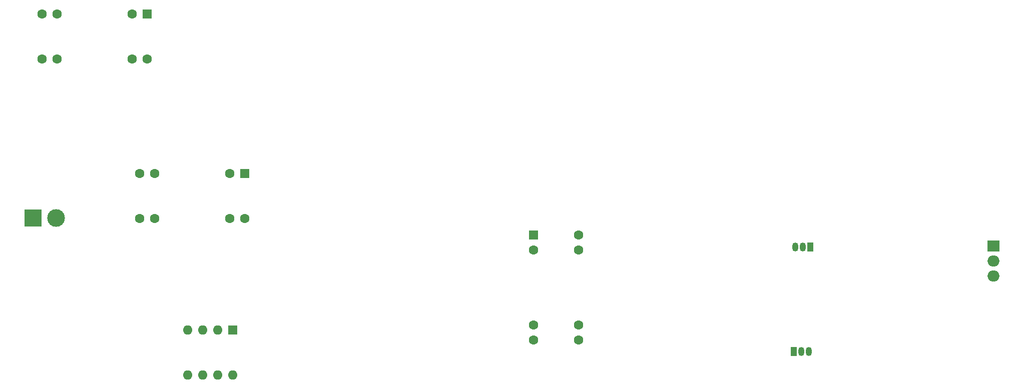
<source format=gbr>
%TF.GenerationSoftware,KiCad,Pcbnew,8.0.8*%
%TF.CreationDate,2026-01-13T22:52:37+05:30*%
%TF.ProjectId,pre audio amplifier,70726520-6175-4646-996f-20616d706c69,rev?*%
%TF.SameCoordinates,Original*%
%TF.FileFunction,Copper,L2,Bot*%
%TF.FilePolarity,Positive*%
%FSLAX46Y46*%
G04 Gerber Fmt 4.6, Leading zero omitted, Abs format (unit mm)*
G04 Created by KiCad (PCBNEW 8.0.8) date 2026-01-13 22:52:37*
%MOMM*%
%LPD*%
G01*
G04 APERTURE LIST*
%TA.AperFunction,ComponentPad*%
%ADD10R,3.000000X3.000000*%
%TD*%
%TA.AperFunction,ComponentPad*%
%ADD11C,3.000000*%
%TD*%
%TA.AperFunction,ComponentPad*%
%ADD12R,1.050000X1.500000*%
%TD*%
%TA.AperFunction,ComponentPad*%
%ADD13O,1.050000X1.500000*%
%TD*%
%TA.AperFunction,ComponentPad*%
%ADD14R,1.600000X1.600000*%
%TD*%
%TA.AperFunction,ComponentPad*%
%ADD15C,1.600000*%
%TD*%
%TA.AperFunction,ComponentPad*%
%ADD16R,2.000000X1.905000*%
%TD*%
%TA.AperFunction,ComponentPad*%
%ADD17O,2.000000X1.905000*%
%TD*%
%TA.AperFunction,ComponentPad*%
%ADD18O,1.600000X1.600000*%
%TD*%
G04 APERTURE END LIST*
D10*
%TO.P,J1,1,Pin_1*%
%TO.N,Net-(J1-Pin_1)*%
X26592500Y-92250000D03*
D11*
%TO.P,J1,2,Pin_2*%
%TO.N,/\u00B112v*%
X30472500Y-92250000D03*
%TD*%
D12*
%TO.P,Q2,1,C*%
%TO.N,/driver_out*%
X158040000Y-97140000D03*
D13*
%TO.P,Q2,2,B*%
%TO.N,Net-(Q2-B)*%
X156770000Y-97140000D03*
%TO.P,Q2,3,E*%
%TO.N,/+12v*%
X155500000Y-97140000D03*
%TD*%
D14*
%TO.P,U3,1*%
%TO.N,N/C*%
X45890000Y-57690000D03*
D15*
%TO.P,U3,2*%
X43350000Y-57690000D03*
%TO.P,U3,3*%
X30650000Y-57690000D03*
%TO.P,U3,4,V-*%
%TO.N,/-12v*%
X28110000Y-57690000D03*
%TO.P,U3,5*%
%TO.N,N/C*%
X28110000Y-65310000D03*
%TO.P,U3,6*%
X30650000Y-65310000D03*
%TO.P,U3,7*%
X43350000Y-65310000D03*
%TO.P,U3,8,V+*%
%TO.N,/+12v*%
X45890000Y-65310000D03*
%TD*%
D14*
%TO.P,U5,1,GND*%
%TO.N,Earth*%
X111195000Y-95110000D03*
D15*
%TO.P,U5,2,+*%
%TO.N,Net-(U5-+)*%
X111195000Y-97650000D03*
%TO.P,U5,3,-*%
%TO.N,Net-(U5--)*%
X111195000Y-110350000D03*
%TO.P,U5,4,V-*%
%TO.N,Earth*%
X111195000Y-112890000D03*
%TO.P,U5,5,BAL*%
X118815000Y-112890000D03*
%TO.P,U5,6,STRB*%
%TO.N,/+5v*%
X118815000Y-110350000D03*
%TO.P,U5,7*%
%TO.N,/PWM_NET*%
X118815000Y-97650000D03*
%TO.P,U5,8,V+*%
%TO.N,/+5v*%
X118815000Y-95110000D03*
%TD*%
D12*
%TO.P,Q4,1,C*%
%TO.N,/+12v*%
X155230000Y-114860000D03*
D13*
%TO.P,Q4,2,B*%
%TO.N,Net-(Q4-B)*%
X156500000Y-114860000D03*
%TO.P,Q4,3,E*%
%TO.N,/driver_out*%
X157770000Y-114860000D03*
%TD*%
D16*
%TO.P,Q3,1,G*%
%TO.N,Net-(Q3-G)*%
X189055000Y-96960000D03*
D17*
%TO.P,Q3,2,D*%
%TO.N,Earth*%
X189055000Y-99500000D03*
%TO.P,Q3,3,S*%
%TO.N,/sw_out*%
X189055000Y-102040000D03*
%TD*%
D14*
%TO.P,U4,1*%
%TO.N,Net-(R1-Pad1)*%
X62390000Y-84690000D03*
D15*
%TO.P,U4,2,-*%
%TO.N,/v_out*%
X59850000Y-84690000D03*
%TO.P,U4,3,+*%
%TO.N,/+12v*%
X47150000Y-84690000D03*
%TO.P,U4,4*%
%TO.N,N/C*%
X44610000Y-84690000D03*
%TO.P,U4,5*%
X44610000Y-92310000D03*
%TO.P,U4,6*%
X47150000Y-92310000D03*
%TO.P,U4,7*%
X59850000Y-92310000D03*
%TO.P,U4,8*%
X62390000Y-92310000D03*
%TD*%
D14*
%TO.P,U2,1,GND*%
%TO.N,Earth*%
X60300000Y-111200000D03*
D18*
%TO.P,U2,2,TR*%
%TO.N,/tri_input*%
X57760000Y-111200000D03*
%TO.P,U2,3,Q*%
X55220000Y-111200000D03*
%TO.P,U2,4,R*%
%TO.N,/+12v*%
X52680000Y-111200000D03*
%TO.P,U2,5,CV*%
%TO.N,Earth*%
X52680000Y-118820000D03*
%TO.P,U2,6,THR*%
%TO.N,/tri_input*%
X55220000Y-118820000D03*
%TO.P,U2,7,DIS*%
%TO.N,Net-(U2-DIS)*%
X57760000Y-118820000D03*
%TO.P,U2,8,VCC*%
%TO.N,/+12v*%
X60300000Y-118820000D03*
%TD*%
M02*

</source>
